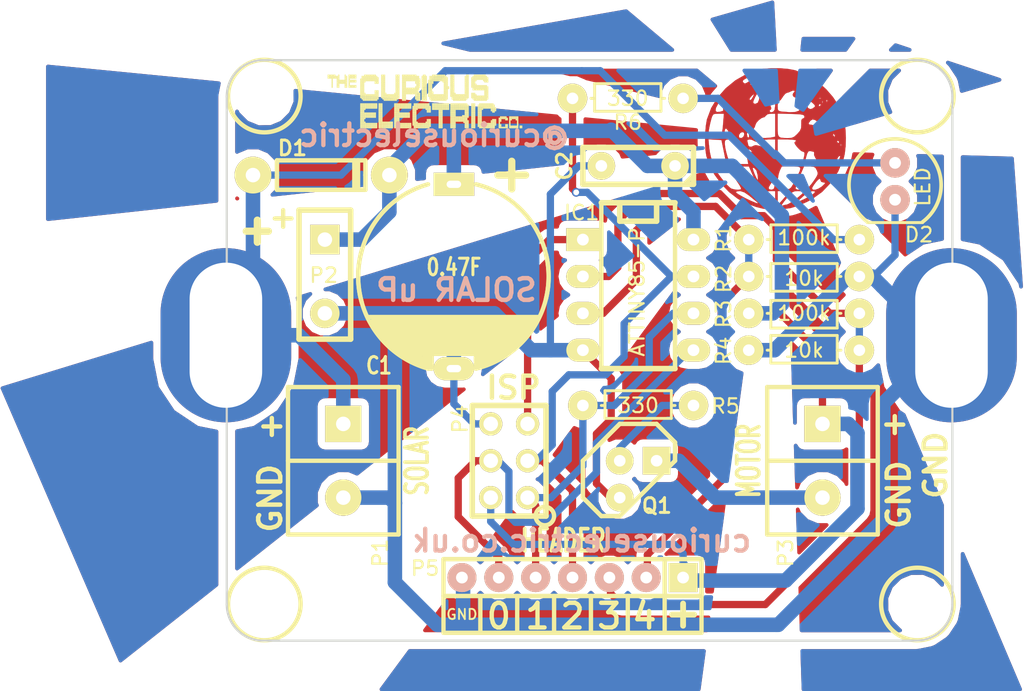
<source format=kicad_pcb>
(kicad_pcb (version 4) (host pcbnew 4.0.4-stable)
  (layers (0 F.Cu signal) (31 B.Cu signal) (34 B.Paste user) (35 F.Paste user) (36 B.SilkS user) (37 F.SilkS user) (38 B.Mask user) (39 F.Mask user) (44 Edge.Cuts user))
  (net 0 "")
  (net 1 GND)
  (net 2 "Net-(D1-Pad2)")
  (net 3 VCC)
  (net 4 "Net-(IC1-Pad1)")
  (net 5 /MOTOR)
  (net 6 "Net-(IC1-Pad5)")
  (net 7 /Vin)
  (net 8 "Net-(IC1-Pad7)")
  (net 9 "Net-(Q1-Pad2)")
  (net 10 /Vsolar)
  (net 11 "Net-(P3-Pad2)")
  (net 12 "Net-(D2-Pad2)")
  (module REInnovationFootprint:TH_Diode_1 (layer F.Cu) (at 106.125 92.917)
    (fp_text reference D1 (at -1.604 -1.858) (layer F.SilkS) (effects (font (size 1.016 1.016) (thickness 0.2032))))
    (fp_text value 1N5819 hide)
    (pad 1 thru_hole circle (at 5.08 0) (size 2.54 2.54) (drill 1.00076) (layers *.Cu *.Mask F.SilkS) (net 3 VCC))
    (pad 2 thru_hole circle (at -4.318 0) (size 2.54 2.54) (drill 1.00076) (layers *.Cu *.Mask F.SilkS) (net 2 "Net-(D1-Pad2)"))
  )
  (module REInnovationFootprint:TH_Resistor_1 (layer F.Cu) (at 139.78 97.362)
    (fp_text reference R1 (at -5.541 -0.08 90) (layer F.SilkS))
    (fp_text value 100k (at 0 -0.127) (layer F.SilkS))
    (pad 1 thru_hole circle (at -3.81 0) (size 2.032 2.032) (drill 0.8001) (layers *.Cu *.Mask F.SilkS) (net 10 /Vsolar))
    (pad 2 thru_hole circle (at 3.81 0) (size 2.032 2.032) (drill 0.8001) (layers *.Cu *.Mask F.SilkS) (net 2 "Net-(D1-Pad2)"))
  )
  (module REInnovationFootprint:TH_Resistor_1 (layer F.Cu) (at 139.78 99.902 180)
    (fp_text reference R2 (at 5.541 -0.174 270) (layer F.SilkS))
    (fp_text value 10k (at 0 -0.127 180) (layer F.SilkS))
    (pad 1 thru_hole circle (at -3.81 0 180) (size 2.032 2.032) (drill 0.8001) (layers *.Cu *.Mask F.SilkS) (net 1 GND))
    (pad 2 thru_hole circle (at 3.81 0 180) (size 2.032 2.032) (drill 0.8001) (layers *.Cu *.Mask F.SilkS) (net 10 /Vsolar))
  )
  (module REInnovationFootprint:C_0_47F_SuperCap (layer F.Cu) (at 115.65 99.902 270)
    (fp_text reference C1 (at 6.143 5.16 360) (layer F.SilkS) (effects (font (size 1.143 0.889) (thickness 0.2032))))
    (fp_text value 0.47F (at -0.635 0 360) (layer F.SilkS) (effects (font (size 1.143 0.889) (thickness 0.2032))))
    (fp_text user + (at -6.985 -3.81 270) (layer F.SilkS) (effects (font (size 2.5 2.5) (thickness 0.5))))
    (pad 1 thru_hole rect (at -6.35 0 270) (size 1.6 2.8) (drill oval 0.5 1) (layers *.Cu *.Mask F.SilkS) (net 3 VCC))
    (pad 2 thru_hole oval (at 6.35 0 270) (size 1.6 2.8) (drill oval 0.5 1) (layers *.Cu *.Mask F.SilkS) (net 1 GND))
  )
  (module matts_components:C1_wide_lg_pad (layer F.Cu) (at 129.62 92.282 180)
    (fp_text reference C2 (at 6.35 0 270) (layer F.SilkS) (effects (font (size 1.016 1.016) (thickness 0.2032))))
    (fp_text value 100n hide)
    (pad 1 thru_hole circle (at -1.27 0 180) (size 1.905 1.905) (drill 0.8001) (layers *.Cu *.Mask F.SilkS) (net 3 VCC))
    (pad 2 thru_hole circle (at 3.81 0 180) (size 1.905 1.905) (drill 0.8001) (layers *.Cu *.Mask F.SilkS) (net 1 GND))
  )
  (module REInnovationFootprint:DIP-8_300_ELL (layer F.Cu) (at 128.35 104.982 270)
    (fp_text reference IC1 (at -9.478 3.89 360) (layer F.SilkS))
    (fp_text value ATTINY85-P (at -4.017 0.08 270) (layer F.SilkS))
    (pad 1 thru_hole rect (at -7.62 3.81 270) (size 1.5748 2.286) (drill 0.8128) (layers *.Cu *.Mask F.SilkS) (net 4 "Net-(IC1-Pad1)"))
    (pad 2 thru_hole oval (at -5.08 3.81 270) (size 1.5748 2.286) (drill 0.8128) (layers *.Cu *.Mask F.SilkS) (net 7 /Vin))
    (pad 3 thru_hole oval (at -2.54 3.81 270) (size 1.5748 2.286) (drill 0.8128) (layers *.Cu *.Mask F.SilkS) (net 10 /Vsolar))
    (pad 4 thru_hole oval (at 0 3.81 270) (size 1.5748 2.286) (drill 0.8128) (layers *.Cu *.Mask F.SilkS) (net 1 GND))
    (pad 5 thru_hole oval (at 0 -3.81 270) (size 1.5748 2.286) (drill 0.8128) (layers *.Cu *.Mask F.SilkS) (net 6 "Net-(IC1-Pad5)"))
    (pad 6 thru_hole oval (at -2.54 -3.81 270) (size 1.5748 2.286) (drill 0.8128) (layers *.Cu *.Mask F.SilkS) (net 5 /MOTOR))
    (pad 7 thru_hole oval (at -5.08 -3.81 270) (size 1.5748 2.286) (drill 0.8128) (layers *.Cu *.Mask F.SilkS) (net 8 "Net-(IC1-Pad7)"))
    (pad 8 thru_hole oval (at -7.62 -3.81 270) (size 1.5748 2.286) (drill 0.8128) (layers *.Cu *.Mask F.SilkS) (net 3 VCC))
  )
  (module REInnovationFootprint:TO92-EBC_large_pad (layer F.Cu) (at 128.35 113.872)
    (fp_text reference Q1 (at 1.2827 1.8288) (layer F.SilkS) (effects (font (size 1.016 1.016) (thickness 0.2032))))
    (fp_text value Q_NPN_CBE hide)
    (pad 1 thru_hole rect (at 1.27 -1.27) (size 1.905 1.905) (drill 0.8001) (layers *.Cu *.Mask F.SilkS) (net 11 "Net-(P3-Pad2)"))
    (pad 2 thru_hole circle (at -1.27 -1.27) (size 1.905 1.905) (drill 0.8001) (layers *.Cu *.Mask F.SilkS) (net 9 "Net-(Q1-Pad2)"))
    (pad 3 thru_hole circle (at -1.27 1.27) (size 1.905 1.905) (drill 0.8001) (layers *.Cu *.Mask F.SilkS) (net 1 GND))
  )
  (module REInnovationFootprint:TH_Resistor_1 (layer F.Cu) (at 139.78 102.442 180)
    (fp_text reference R3 (at 5.541 -0.047 270) (layer F.SilkS))
    (fp_text value 100k (at 0 0 180) (layer F.SilkS))
    (pad 1 thru_hole circle (at -3.81 0 180) (size 2.032 2.032) (drill 0.8001) (layers *.Cu *.Mask F.SilkS) (net 7 /Vin))
    (pad 2 thru_hole circle (at 3.81 0 180) (size 2.032 2.032) (drill 0.8001) (layers *.Cu *.Mask F.SilkS) (net 3 VCC))
  )
  (module matts_components:SIL-2_screw_terminal (layer F.Cu) (at 108.03 110.062 270)
    (fp_text reference P1 (at 8.89 -2.54 270) (layer F.SilkS))
    (fp_text value SOLAR (at 2.54 -5.08 270) (layer F.SilkS) (effects (font (size 1.524 1.016) (thickness 0.254))))
    (fp_text user GND (at 5.127 5.033 270) (layer F.SilkS) (effects (font (thickness 0.3048))))
    (fp_text user + (at 0.174 5.033 270) (layer F.SilkS) (effects (font (thickness 0.3048))))
    (pad 1 thru_hole rect (at 0 0 270) (size 2.49936 2.49936) (drill 1.00076) (layers *.Cu *.Mask F.SilkS) (net 2 "Net-(D1-Pad2)"))
    (pad 2 thru_hole circle (at 5.08 0 270) (size 2.49936 2.49936) (drill 1.00076) (layers *.Cu *.Mask F.SilkS) (net 1 GND))
  )
  (module matts_components:SIL-2_wide_lg_pad (layer F.Cu) (at 106.76 98.632 270)
    (fp_text reference P2 (at 1.19 0.08 360) (layer F.SilkS))
    (fp_text value SOLAR_V hide)
    (pad 1 thru_hole rect (at -1.27 0 270) (size 2.032 2.032) (drill 1.00076) (layers *.Cu *.Mask F.SilkS) (net 3 VCC))
    (pad 2 thru_hole circle (at 3.81 0 270) (size 2.032 2.032) (drill 1.00076) (layers *.Cu *.Mask F.SilkS) (net 1 GND))
  )
  (module matts_components:SIL-2_screw_terminal (layer F.Cu) (at 141.05 110.062 270)
    (fp_text reference P3 (at 8.89 2.54 270) (layer F.SilkS))
    (fp_text value MOTOR (at 2.54 5.08 270) (layer F.SilkS) (effects (font (size 1.524 1.016) (thickness 0.254))))
    (fp_text user GND (at 4.873 -5.254 270) (layer F.SilkS) (effects (font (thickness 0.3048))))
    (fp_text user + (at 0.047 -4.873 270) (layer F.SilkS) (effects (font (thickness 0.3048))))
    (pad 1 thru_hole rect (at 0 0 270) (size 2.49936 2.49936) (drill 1.00076) (layers *.Cu *.Mask F.SilkS) (net 3 VCC))
    (pad 2 thru_hole circle (at 5.08 0 270) (size 2.49936 2.49936) (drill 1.00076) (layers *.Cu *.Mask F.SilkS) (net 11 "Net-(P3-Pad2)"))
  )
  (module CuriousElectric3:CEC_Globe_10mm_FCU (layer F.Cu) (at 137.875 90.377)
    (fp_text reference P7 hide)
    (fp_text value LOGO1 hide)
    (fp_poly (pts (xy 0.230092 -4.822486) (xy 0.792908 -4.777429) (xy 1.267235 -4.688807) (xy 1.340706 -4.667542) (xy 2.157578 -4.328299) (xy 2.906366 -3.848203) (xy 3.436072 -3.372761) (xy 3.895128 -2.844669) (xy 4.241358 -2.322757) (xy 4.515748 -1.74238) (xy 4.585661 -1.559568) (xy 4.694208 -1.134991) (xy 4.761463 -0.602005) (xy 4.786724 -0.016601) (xy 4.769288 0.565234) (xy 4.708454 1.087509) (xy 4.623268 1.439333) (xy 4.251352 2.306343) (xy 3.758998 3.062829) (xy 3.153541 3.700203) (xy 2.442312 4.209878) (xy 2.105847 4.38761) (xy 1.727794 4.554278) (xy 1.34502 4.700212) (xy 1.024552 4.800467) (xy 0.948332 4.818372) (xy 0.590714 4.866643) (xy 0.138732 4.892962) (xy -0.333906 4.896002) (xy -0.753492 4.874436) (xy -0.931334 4.852214) (xy -1.397145 4.736206) (xy -1.917506 4.546832) (xy -2.413737 4.315238) (xy -2.683125 4.158727) (xy -3.248282 3.720076) (xy -2.794 3.720076) (xy -2.723212 3.790508) (xy -2.53362 3.912526) (xy -2.259386 4.065085) (xy -2.106863 4.14341) (xy -1.742472 4.318379) (xy -1.472379 4.43308) (xy -1.310818 4.483029) (xy -1.27202 4.463741) (xy -1.359776 4.378807) (xy -1.496247 4.269403) (xy -1.575752 4.204574) (xy -0.925894 4.204574) (xy -0.868603 4.341183) (xy -0.758702 4.471368) (xy -0.609663 4.59228) (xy -0.467889 4.653021) (xy -0.378369 4.643933) (xy -0.379736 4.628244) (xy 0.360409 4.628244) (xy 0.402507 4.646152) (xy 0.458702 4.628721) (xy 0.645329 4.57917) (xy 0.718202 4.572) (xy 0.837498 4.523907) (xy 1.038601 4.39991) (xy 1.149702 4.322145) (xy 1.511351 4.322145) (xy 1.525151 4.349207) (xy 1.637851 4.317468) (xy 1.651 4.312843) (xy 1.883427 4.213103) (xy 2.163446 4.070201) (xy 2.260457 4.015442) (xy 2.536293 3.839645) (xy 2.657844 3.722174) (xy 2.62795 3.658231) (xy 2.481496 3.642408) (xy 2.241535 3.713368) (xy 1.932671 3.926596) (xy 1.820333 4.023471) (xy 1.606421 4.219246) (xy 1.511351 4.322145) (xy 1.149702 4.322145) (xy 1.280736 4.230428) (xy 1.523129 4.045881) (xy 1.725007 3.876688) (xy 1.845597 3.75327) (xy 1.862666 3.718156) (xy 1.787142 3.671251) (xy 1.59677 3.643708) (xy 1.49492 3.640666) (xy 1.278331 3.653337) (xy 1.118297 3.712591) (xy 0.959046 3.850292) (xy 0.790977 4.042833) (xy 0.545686 4.34238) (xy 0.405149 4.532252) (xy 0.360409 4.628244) (xy -0.379736 4.628244) (xy -0.386092 4.555355) (xy -0.388599 4.550833) (xy -0.522195 4.362262) (xy -0.678414 4.202742) (xy -0.811145 4.1151) (xy -0.858974 4.113939) (xy -0.925894 4.204574) (xy -1.575752 4.204574) (xy -1.708706 4.096164) (xy -1.876496 3.958166) (xy -2.206667 3.73062) (xy -2.309146 3.698) (xy -1.862667 3.698) (xy -1.803602 3.782977) (xy -1.655475 3.927497) (xy -1.5875 3.986346) (xy -1.414453 4.124509) (xy -1.329278 4.158385) (xy -1.293209 4.096099) (xy -1.284472 4.049855) (xy -1.283022 3.848459) (xy -1.302981 3.761509) (xy -1.341434 3.73225) (xy -0.762 3.73225) (xy -0.714139 3.832567) (xy -0.594367 4.010218) (xy -0.4384 4.218718) (xy -0.281957 4.411577) (xy -0.160755 4.542309) (xy -0.116801 4.572) (xy -0.099198 4.495397) (xy -0.087526 4.297806) (xy -0.084667 4.106333) (xy -0.084667 3.640666) (xy 0.084666 3.640666) (xy 0.08846 4.1275) (xy 0.092254 4.614333) (xy 0.46946 4.193318) (xy 0.660959 3.970404) (xy 0.796726 3.794853) (xy 0.846666 3.706485) (xy 0.770958 3.667224) (xy 0.579417 3.64368) (xy 0.465666 3.640666) (xy 0.084666 3.640666) (xy -0.084667 3.640666) (xy -0.423334 3.640666) (xy -0.635502 3.660978) (xy -0.753397 3.711741) (xy -0.762 3.73225) (xy -1.341434 3.73225) (xy -1.395683 3.690973) (xy -1.564703 3.647262) (xy -1.740008 3.638322) (xy -1.85156 3.6721) (xy -1.862667 3.698) (xy -2.309146 3.698) (xy -2.483261 3.642578) (xy -2.527554 3.640666) (xy -2.711226 3.662681) (xy -2.793663 3.716072) (xy -2.794 3.720076) (xy -3.248282 3.720076) (xy -3.271249 3.70225) (xy -3.808462 3.140101) (xy -4.266574 2.510811) (xy -4.533182 2.010833) (xy -4.233017 2.010833) (xy -4.178475 2.167604) (xy -4.035999 2.406897) (xy -3.835777 2.689908) (xy -3.608002 2.977831) (xy -3.382863 3.231864) (xy -3.19055 3.4132) (xy -3.093657 3.475295) (xy -2.877856 3.531343) (xy -2.644773 3.549618) (xy -2.469682 3.526676) (xy -2.433093 3.505536) (xy -2.450226 3.415203) (xy -2.546802 3.233849) (xy -2.660337 3.061036) (xy -2.862439 2.758868) (xy -3.059312 2.440438) (xy -3.135613 2.307166) (xy -3.259051 2.098237) (xy -3.298381 2.061206) (xy -3.048 2.061206) (xy -3.001712 2.192223) (xy -2.880931 2.416216) (xy -2.712787 2.690711) (xy -2.524409 2.973234) (xy -2.342926 3.221309) (xy -2.201563 3.386437) (xy -1.986062 3.511331) (xy -1.732527 3.538716) (xy -1.508553 3.46951) (xy -1.42444 3.387458) (xy -0.532896 3.387458) (xy -0.511343 3.511738) (xy -0.352842 3.544441) (xy -0.309511 3.539675) (xy -0.206551 3.505842) (xy -0.14874 3.414156) (xy -0.120758 3.223487) (xy -0.113644 3.070894) (xy 0.083959 3.070894) (xy 0.092513 3.331435) (xy 0.135354 3.491521) (xy 0.145014 3.503458) (xy 0.259335 3.53471) (xy 0.477659 3.543366) (xy 0.589514 3.538736) (xy 0.783913 3.52087) (xy 0.91714 3.476714) (xy 0.951281 3.444301) (xy 1.318578 3.444301) (xy 1.320044 3.483809) (xy 1.434653 3.536221) (xy 1.645996 3.553824) (xy 1.885244 3.537356) (xy 2.08357 3.487555) (xy 2.109152 3.475354) (xy 2.120173 3.465684) (xy 2.455333 3.465684) (xy 2.518506 3.549278) (xy 2.677627 3.550474) (xy 2.887094 3.479816) (xy 3.101308 3.347846) (xy 3.152497 3.304481) (xy 3.315695 3.149825) (xy 3.361178 3.075912) (xy 3.299169 3.05255) (xy 3.2385 3.050481) (xy 3.084796 3.000149) (xy 3.048 2.921) (xy 3.007622 2.808251) (xy 2.973382 2.794) (xy 2.877714 2.857553) (xy 2.736618 3.012111) (xy 2.591861 3.20352) (xy 2.485208 3.377626) (xy 2.455333 3.465684) (xy 2.120173 3.465684) (xy 2.23373 3.366049) (xy 2.409473 3.160803) (xy 2.579079 2.931187) (xy 2.748036 2.677322) (xy 2.831541 2.5109) (xy 2.843586 2.382307) (xy 2.798162 2.241929) (xy 2.783158 2.207499) (xy 2.693082 2.04516) (xy 2.573344 1.969303) (xy 2.362513 1.94792) (xy 2.283866 1.947333) (xy 1.899735 1.947333) (xy 1.587582 2.679476) (xy 1.456422 3.004776) (xy 1.362527 3.272427) (xy 1.318578 3.444301) (xy 0.951281 3.444301) (xy 1.025305 3.374026) (xy 1.144516 3.180561) (xy 1.281327 2.921) (xy 1.48774 2.521428) (xy 1.613378 2.249383) (xy 1.652113 2.080399) (xy 1.597813 1.990009) (xy 1.44435 1.953746) (xy 1.185594 1.947145) (xy 1.037386 1.947333) (xy 0.370029 1.947333) (xy 0.227347 2.246539) (xy 0.155045 2.472446) (xy 0.106026 2.765898) (xy 0.083959 3.070894) (xy -0.113644 3.070894) (xy -0.110603 3.005666) (xy -0.106733 2.744351) (xy -0.118935 2.63965) (xy -0.149645 2.679394) (xy -0.166175 2.728232) (xy -0.273097 2.964785) (xy -0.414252 3.182684) (xy -0.532896 3.387458) (xy -1.42444 3.387458) (xy -1.412439 3.375752) (xy -1.386179 3.256523) (xy -1.425702 3.06063) (xy -1.538351 2.758926) (xy -1.609701 2.592585) (xy -1.825083 2.102487) (xy -1.628362 2.102487) (xy -1.574817 2.282258) (xy -1.50802 2.455333) (xy -1.40357 2.689592) (xy -1.321413 2.843327) (xy -1.289898 2.878666) (xy -1.273971 2.804178) (xy -1.284178 2.617131) (xy -1.294766 2.527797) (xy -1.378806 2.222201) (xy -1.52516 2.058202) (xy -1.625142 2.033296) (xy -1.628362 2.102487) (xy -1.825083 2.102487) (xy -1.893269 1.947333) (xy -2.470635 1.947333) (xy -2.798436 1.957141) (xy -2.982402 1.989791) (xy -3.04707 2.050124) (xy -3.048 2.061206) (xy -3.298381 2.061206) (xy -3.372433 1.991485) (xy -3.537482 1.952617) (xy -3.783258 1.947333) (xy -4.03334 1.958116) (xy -4.196617 1.985844) (xy -4.233017 2.010833) (xy -4.533182 2.010833) (xy -4.617393 1.852911) (xy -4.827654 1.227619) (xy -4.890095 0.802586) (xy -4.917063 0.277066) (xy -4.91441 0.074936) (xy -4.682062 0.074936) (xy -4.630807 0.623818) (xy -4.58302 0.968185) (xy -4.51233 1.29212) (xy -4.453096 1.47535) (xy -4.366988 1.654808) (xy -4.266794 1.744198) (xy -4.09524 1.774802) (xy -3.898987 1.778) (xy -3.656373 1.76669) (xy -3.502075 1.737743) (xy -3.472756 1.7145) (xy -3.489326 1.608371) (xy -3.532525 1.377223) (xy -3.594605 1.061846) (xy -3.629553 0.889) (xy -3.736269 0.365632) (xy -3.556 0.365632) (xy -3.530312 0.614517) (xy -3.464284 0.931058) (xy -3.374469 1.254782) (xy -3.277422 1.525221) (xy -3.198328 1.672166) (xy -3.057982 1.734824) (xy -2.776495 1.770851) (xy -2.525797 1.778) (xy -1.939661 1.778) (xy -1.995403 1.4605) (xy -2.065894 1.065064) (xy -2.102674 0.899609) (xy -1.933783 0.899609) (xy -1.912685 0.984172) (xy -1.843164 1.077889) (xy -1.758292 1.030157) (xy -1.704002 0.914571) (xy -1.759656 0.831144) (xy -1.872452 0.771611) (xy -1.914049 0.785159) (xy -1.933783 0.899609) (xy -2.102674 0.899609) (xy -2.124913 0.799573) (xy -2.192658 0.627628) (xy -2.289327 0.51283) (xy -2.435121 0.418778) (xy -2.628192 0.320195) (xy -2.871408 0.213542) (xy -2.000616 0.213542) (xy -1.998726 0.218591) (xy -1.952165 0.409319) (xy -1.947334 0.472591) (xy -1.882083 0.567612) (xy -1.735393 0.588175) (xy -1.580863 0.527928) (xy -1.556227 0.506359) (xy -1.42059 0.476619) (xy -1.190395 0.519108) (xy -0.912998 0.613678) (xy -0.635755 0.740174) (xy -0.40602 0.878447) (xy -0.27115 1.008345) (xy -0.254 1.060507) (xy -0.207591 1.171776) (xy -0.169334 1.185333) (xy -0.12509 1.107575) (xy -0.094799 0.901593) (xy -0.084667 0.635) (xy -0.084667 0.084666) (xy 0.084666 0.084666) (xy 0.084666 0.663743) (xy 0.089747 0.974021) (xy 0.114192 1.159117) (xy 0.171807 1.263089) (xy 0.276398 1.329998) (xy 0.296333 1.339261) (xy 0.46271 1.47561) (xy 0.508 1.606851) (xy 0.522654 1.694536) (xy 0.590116 1.745871) (xy 0.745633 1.770417) (xy 1.024454 1.777735) (xy 1.13902 1.778) (xy 1.77004 1.778) (xy 1.951566 1.778) (xy 2.372783 1.778) (xy 2.629064 1.767447) (xy 2.755623 1.726633) (xy 2.791259 1.641819) (xy 2.791307 1.629833) (xy 2.739589 1.444154) (xy 2.738311 1.441966) (xy 4.179576 1.441966) (xy 4.195587 1.531422) (xy 4.263019 1.579315) (xy 4.326654 1.476046) (xy 4.382656 1.30334) (xy 4.396715 1.23069) (xy 4.353366 1.216681) (xy 4.265648 1.286065) (xy 4.179576 1.441966) (xy 2.738311 1.441966) (xy 2.670122 1.32527) (xy 2.594044 1.154595) (xy 2.597206 1.050103) (xy 2.59231 0.946321) (xy 2.555983 0.931333) (xy 2.404556 0.903039) (xy 2.336434 0.880393) (xy 2.221888 0.895175) (xy 2.124584 1.045454) (xy 2.036949 1.34543) (xy 2.004375 1.502833) (xy 1.951566 1.778) (xy 1.77004 1.778) (xy 1.858214 1.4605) (xy 1.928803 1.168854) (xy 1.936439 1.004738) (xy 1.879453 0.937828) (xy 1.829104 0.931333) (xy 1.712553 0.87854) (xy 1.559361 0.747777) (xy 1.405443 0.580465) (xy 1.321536 0.465666) (xy 4.402666 0.465666) (xy 4.445 0.508) (xy 4.487333 0.465666) (xy 4.445 0.423333) (xy 4.402666 0.465666) (xy 1.321536 0.465666) (xy 1.286715 0.418025) (xy 1.239091 0.301879) (xy 1.257624 0.272236) (xy 1.313721 0.221203) (xy 4.17777 0.221203) (xy 4.191 0.254) (xy 4.267082 0.33477) (xy 4.280663 0.338666) (xy 4.317029 0.27316) (xy 4.318 0.254) (xy 4.252912 0.172586) (xy 4.228336 0.169333) (xy 4.17777 0.221203) (xy 1.313721 0.221203) (xy 1.349655 0.188513) (xy 1.354666 0.162277) (xy 1.276925 0.125181) (xy 1.071281 0.097739) (xy 0.779101 0.085006) (xy 0.719666 0.084666) (xy 0.084666 0.084666) (xy -0.084667 0.084666) (xy -0.54635 0.084666) (xy -0.852468 0.102932) (xy -1.121586 0.149528) (xy -1.22598 0.18397) (xy -1.414542 0.240896) (xy -1.53692 0.190107) (xy -1.54323 0.18397) (xy -1.701912 0.105241) (xy -1.846326 0.084666) (xy -1.992198 0.113332) (xy -2.000616 0.213542) (xy -2.871408 0.213542) (xy -2.917827 0.193187) (xy -3.183413 0.108077) (xy -3.323167 0.086085) (xy -3.482885 0.105406) (xy -3.546115 0.200351) (xy -3.556 0.365632) (xy -3.736269 0.365632) (xy -3.784928 0.127) (xy -4.682062 0.074936) (xy -4.91441 0.074936) (xy -4.909689 -0.284567) (xy -4.907376 -0.314964) (xy -4.681503 -0.314964) (xy -4.660606 -0.166865) (xy -4.581808 -0.085116) (xy -4.580939 -0.084606) (xy -4.377671 -0.022376) (xy -4.11845 -0.006567) (xy -3.894791 -0.039618) (xy -3.839175 -0.064844) (xy -3.789619 -0.172407) (xy -3.773305 -0.249236) (xy -3.582063 -0.249236) (xy -3.54219 -0.111114) (xy -3.538127 -0.105834) (xy -3.420725 -0.010267) (xy -3.284267 -0.042763) (xy -3.227997 -0.076285) (xy -3.164121 -0.151943) (xy -3.179166 -0.21732) (xy -2.577938 -0.21732) (xy -2.577195 -0.073945) (xy -2.556087 -0.04431) (xy -2.423416 -0.006362) (xy -2.287625 -0.085643) (xy -2.216612 -0.233699) (xy -2.222485 -0.285045) (xy -2.032 -0.285045) (xy -2.005539 -0.117697) (xy -1.947481 -0.03885) (xy -1.889814 -0.080602) (xy -1.875894 -0.128398) (xy -1.898878 -0.303163) (xy -1.939394 -0.364594) (xy -2.012271 -0.395348) (xy -2.032 -0.285045) (xy -2.222485 -0.285045) (xy -2.233743 -0.383468) (xy -2.313418 -0.409684) (xy -1.68182 -0.409684) (xy -1.677171 -0.207141) (xy -1.560256 -0.077755) (xy -1.502834 -0.059753) (xy -1.149355 -0.019873) (xy -0.747014 -0.014651) (xy -0.394933 -0.044676) (xy -0.34925 -0.052917) (xy -0.084667 -0.105834) (xy -0.084667 -0.898073) (xy 0.084666 -0.898073) (xy 0.086744 -0.507216) (xy 0.108852 -0.254636) (xy 0.174797 -0.109318) (xy 0.30839 -0.040249) (xy 0.533439 -0.016414) (xy 0.766557 -0.009822) (xy 1.025354 -0.021249) (xy 1.212578 -0.094911) (xy 1.344176 -0.209102) (xy 3.916564 -0.209102) (xy 3.933518 -0.174967) (xy 4.014251 -0.087434) (xy 4.029102 -0.149163) (xy 4.008549 -0.215319) (xy 3.946216 -0.307525) (xy 3.918062 -0.305618) (xy 3.916564 -0.209102) (xy 1.344176 -0.209102) (xy 1.408952 -0.265309) (xy 1.44106 -0.298116) (xy 1.622003 -0.509478) (xy 1.70228 -0.698122) (xy 1.714678 -0.945562) (xy 1.713501 -0.975449) (xy 1.714299 -1.03373) (xy 2.218321 -1.03373) (xy 2.2421 -0.952774) (xy 2.402633 -0.931334) (xy 2.603176 -0.882818) (xy 2.70541 -0.809061) (xy 2.85349 -0.718846) (xy 3.083092 -0.658314) (xy 3.117944 -0.65396) (xy 3.341011 -0.628692) (xy 3.48684 -0.609057) (xy 3.498708 -0.6069) (xy 3.544194 -0.661657) (xy 3.540311 -0.740834) (xy 3.525376 -0.762) (xy 3.725333 -0.762) (xy 3.75422 -0.679535) (xy 3.762669 -0.677334) (xy 3.834955 -0.736663) (xy 3.852333 -0.762) (xy 3.84562 -0.840019) (xy 3.814996 -0.846667) (xy 3.728778 -0.785207) (xy 3.725333 -0.762) (xy 3.525376 -0.762) (xy 3.466036 -0.846094) (xy 3.272072 -0.902588) (xy 3.146044 -0.91538) (xy 2.907233 -0.9502) (xy 2.818523 -1.01366) (xy 2.822574 -1.05301) (xy 2.788136 -1.16682) (xy 2.668427 -1.253945) (xy 2.490812 -1.296987) (xy 2.351126 -1.210121) (xy 2.336461 -1.194315) (xy 2.218321 -1.03373) (xy 1.714299 -1.03373) (xy 1.716853 -1.219971) (xy 1.762123 -1.333715) (xy 1.828373 -1.354667) (xy 1.927907 -1.418249) (xy 1.931371 -1.502834) (xy 1.898271 -1.569773) (xy 1.809673 -1.615224) (xy 1.635947 -1.644629) (xy 1.347464 -1.663429) (xy 0.993829 -1.675032) (xy 0.084666 -1.699063) (xy 0.084666 -0.898073) (xy -0.084667 -0.898073) (xy -0.084667 -1.693334) (xy -0.371942 -1.693334) (xy -0.603192 -1.656065) (xy -0.707952 -1.566334) (xy -0.818663 -1.453742) (xy -0.881981 -1.439334) (xy -1.038384 -1.379147) (xy -1.223724 -1.235434) (xy -1.378208 -1.063469) (xy -1.442027 -0.921625) (xy -1.492325 -0.765379) (xy -1.569027 -0.639985) (xy -1.68182 -0.409684) (xy -2.313418 -0.409684) (xy -2.354904 -0.423334) (xy -2.490377 -0.359148) (xy -2.577938 -0.21732) (xy -3.179166 -0.21732) (xy -3.192722 -0.276224) (xy -3.267418 -0.413656) (xy -3.384003 -0.58721) (xy -3.470359 -0.674782) (xy -3.479718 -0.677334) (xy -3.54336 -0.605412) (xy -3.579964 -0.438358) (xy -3.582063 -0.249236) (xy -3.773305 -0.249236) (xy -3.739437 -0.408728) (xy -3.696229 -0.733435) (xy -3.680088 -0.910215) (xy -3.618826 -1.693334) (xy -3.997345 -1.693334) (xy -4.233702 -1.684369) (xy -4.360327 -1.628679) (xy -4.436782 -1.483066) (xy -4.480937 -1.342631) (xy -4.561314 -1.03092) (xy -4.634197 -0.679176) (xy -4.651444 -0.577995) (xy -4.681503 -0.314964) (xy -4.907376 -0.314964) (xy -4.869101 -0.817937) (xy -4.796432 -1.25867) (xy -4.783062 -1.311956) (xy -4.563451 -1.896058) (xy -4.193813 -1.896058) (xy -4.100031 -1.80539) (xy -3.915218 -1.818235) (xy -3.741888 -1.865711) (xy -3.666382 -1.893397) (xy -3.667984 -1.97903) (xy -3.690716 -2.179264) (xy -3.711991 -2.331015) (xy -3.726317 -2.427327) (xy -1.592512 -2.427327) (xy -1.501466 -2.373732) (xy -1.448392 -2.370667) (xy -1.281665 -2.444955) (xy -1.195452 -2.657896) (xy -1.185334 -2.800925) (xy -1.141084 -2.942392) (xy -1.026117 -2.963446) (xy -0.867107 -2.8822) (xy -0.690728 -2.716766) (xy -0.523655 -2.485253) (xy -0.42191 -2.282563) (xy -0.354984 -2.080886) (xy -0.374541 -1.984774) (xy -0.407132 -1.966846) (xy -0.47178 -1.889189) (xy -0.461198 -1.855436) (xy -0.401436 -1.78742) (xy -0.304983 -1.797737) (xy -0.218592 -1.829392) (xy -0.125014 -1.954265) (xy -0.088371 -2.206698) (xy 0.084666 -2.206698) (xy 0.096443 -1.989739) (xy 0.158922 -1.887438) (xy 0.312828 -1.845413) (xy 0.359833 -1.839248) (xy 0.903063 -1.793185) (xy 1.293438 -1.808514) (xy 1.528679 -1.8851) (xy 1.560285 -1.911048) (xy 1.660702 -2.103343) (xy 1.671391 -2.343214) (xy 1.606344 -2.574973) (xy 1.479555 -2.742935) (xy 1.338419 -2.794) (xy 1.187837 -2.851813) (xy 1.118161 -2.979876) (xy 1.158535 -3.110127) (xy 1.19171 -3.136609) (xy 1.259352 -3.230199) (xy 1.24253 -3.273025) (xy 1.129498 -3.284911) (xy 1.013298 -3.235295) (xy 0.830341 -3.152137) (xy 0.729178 -3.132667) (xy 0.613805 -3.065486) (xy 0.473633 -2.898106) (xy 0.434551 -2.836334) (xy 0.304791 -2.649729) (xy 0.19511 -2.546947) (xy 0.172188 -2.54) (xy 0.117025 -2.464975) (xy 0.086689 -2.277889) (xy 0.084666 -2.206698) (xy -0.088371 -2.206698) (xy -0.084979 -2.230064) (xy -0.099169 -2.646842) (xy -0.138509 -2.99385) (xy -0.181909 -3.310492) (xy 1.452764 -3.310492) (xy 1.487982 -3.207163) (xy 1.566333 -3.132667) (xy 1.667963 -2.968164) (xy 1.693333 -2.827919) (xy 1.768321 -2.620531) (xy 1.905 -2.489881) (xy 2.056669 -2.359984) (xy 2.116666 -2.250863) (xy 2.183276 -2.078781) (xy 2.339635 -2.00725) (xy 2.463588 -2.036419) (xy 2.612356 -2.139496) (xy 2.66272 -2.19441) (xy 2.635411 -2.286) (xy 2.921 -2.286) (xy 2.927712 -2.207982) (xy 2.958336 -2.201334) (xy 3.044554 -2.262794) (xy 3.048 -2.286) (xy 3.019113 -2.368466) (xy 3.010663 -2.370667) (xy 2.938377 -2.311338) (xy 2.921 -2.286) (xy 2.635411 -2.286) (xy 2.634259 -2.289862) (xy 2.502037 -2.422275) (xy 2.478082 -2.440332) (xy 2.407082 -2.497667) (xy 3.132666 -2.497667) (xy 3.175 -2.455334) (xy 3.217333 -2.497667) (xy 3.175 -2.54) (xy 3.132666 -2.497667) (xy 2.407082 -2.497667) (xy 2.327586 -2.561862) (xy 2.317381 -2.596445) (xy 3.414888 -2.596445) (xy 3.426511 -2.546111) (xy 3.471333 -2.54) (xy 3.541023 -2.570979) (xy 3.527777 -2.596445) (xy 3.427298 -2.606578) (xy 3.414888 -2.596445) (xy 2.317381 -2.596445) (xy 2.301797 -2.64925) (xy 2.376708 -2.751667) (xy 2.963333 -2.751667) (xy 3.005666 -2.709334) (xy 3.048 -2.751667) (xy 3.005666 -2.794) (xy 2.963333 -2.751667) (xy 2.376708 -2.751667) (xy 2.385136 -2.763189) (xy 2.392979 -2.771878) (xy 2.518291 -2.945047) (xy 2.509928 -3.086093) (xy 2.399877 -3.231834) (xy 2.233756 -3.334501) (xy 2.568769 -3.334501) (xy 2.582333 -3.302) (xy 2.694492 -3.220495) (xy 2.719326 -3.217334) (xy 2.76523 -3.2695) (xy 2.751666 -3.302) (xy 2.639507 -3.383506) (xy 2.614673 -3.386667) (xy 2.568769 -3.334501) (xy 2.233756 -3.334501) (xy 2.219661 -3.343212) (xy 1.924514 -3.385557) (xy 1.849544 -3.386667) (xy 1.571276 -3.368524) (xy 1.452764 -3.310492) (xy -0.181909 -3.310492) (xy -0.19235 -3.386667) (xy -0.633386 -3.386667) (xy -0.934903 -3.366136) (xy -1.14458 -3.282285) (xy -1.311741 -3.101727) (xy -1.471457 -2.819372) (xy -1.582071 -2.567368) (xy -1.592512 -2.427327) (xy -3.726317 -2.427327) (xy -3.760308 -2.655826) (xy -1.857042 -2.655826) (xy -1.791591 -2.624667) (xy -1.709884 -2.693324) (xy -1.615172 -2.855868) (xy -1.547758 -3.012415) (xy -1.566433 -3.030775) (xy -1.686249 -2.927413) (xy -1.828239 -2.766177) (xy -1.857042 -2.655826) (xy -3.760308 -2.655826) (xy -3.774566 -2.751667) (xy -4.009985 -2.383956) (xy -4.164205 -2.091346) (xy -4.193813 -1.896058) (xy -4.563451 -1.896058) (xy -4.491556 -2.087275) (xy -4.054312 -2.805426) (xy -3.490567 -3.447418) (xy -3.251913 -3.641911) (xy -0.931334 -3.641911) (xy -0.855189 -3.592904) (xy -0.660498 -3.561799) (xy -0.508 -3.556) (xy -0.084667 -3.556) (xy -0.084667 -3.725334) (xy 1.524 -3.725334) (xy 1.573608 -3.592549) (xy 1.735666 -3.556) (xy 1.894797 -3.58397) (xy 1.947333 -3.637688) (xy 1.881773 -3.731343) (xy 1.737291 -3.834295) (xy 1.592188 -3.89295) (xy 1.571899 -3.894667) (xy 1.532927 -3.823487) (xy 1.524 -3.725334) (xy -0.084667 -3.725334) (xy -0.084667 -3.841967) (xy -0.12383 -4.076313) (xy -0.188867 -4.187445) (xy 1.652532 -4.187445) (xy 1.723728 -4.084948) (xy 1.873504 -3.947193) (xy 2.068442 -3.799935) (xy 2.275126 -3.668929) (xy 2.46014 -3.57993) (xy 2.566163 -3.55623) (xy 2.72481 -3.581131) (xy 2.750576 -3.642431) (xy 2.638617 -3.742749) (xy 2.427101 -3.880982) (xy 2.170334 -4.027002) (xy 1.922626 -4.150683) (xy 1.738283 -4.221898) (xy 1.693333 -4.228929) (xy 1.652532 -4.187445) (xy -0.188867 -4.187445) (xy -0.219535 -4.239848) (xy -0.220984 -4.241066) (xy -0.318038 -4.292295) (xy -0.423392 -4.255697) (xy -0.578597 -4.111637) (xy -0.644317 -4.04101) (xy -0.810195 -3.844098) (xy -0.913855 -3.690434) (xy -0.931334 -3.641911) (xy -3.251913 -3.641911) (xy -3.147055 -3.727365) (xy -1.800971 -3.727365) (xy -1.776232 -3.686847) (xy -1.616581 -3.680257) (xy -1.533774 -3.682047) (xy -1.337738 -3.703248) (xy -1.17415 -3.775181) (xy -0.99478 -3.927529) (xy -0.803953 -4.131208) (xy -0.620061 -4.346642) (xy -0.504711 -4.50367) (xy -0.480373 -4.571339) (xy -0.483969 -4.572) (xy -0.601193 -4.528508) (xy -0.813255 -4.416138) (xy -1.075528 -4.262052) (xy -1.343387 -4.093411) (xy -1.572204 -3.937376) (xy -1.716809 -3.821647) (xy -1.800971 -3.727365) (xy -3.147055 -3.727365) (xy -2.919375 -3.912913) (xy -2.320782 -3.912913) (xy -2.282398 -3.847994) (xy -2.223174 -3.786709) (xy -2.156305 -3.771337) (xy -2.049252 -3.815132) (xy -1.869476 -3.931349) (xy -1.5875 -4.131052) (xy -1.372071 -4.289856) (xy -1.226119 -4.406628) (xy -1.185334 -4.449187) (xy -1.254859 -4.446036) (xy -1.431743 -4.391942) (xy -1.668447 -4.304377) (xy -1.917433 -4.200814) (xy -2.113033 -4.108213) (xy -2.285016 -4.00137) (xy -2.320782 -3.912913) (xy -2.919375 -3.912913) (xy -2.819555 -3.994261) (xy -2.060513 -4.426966) (xy -1.360467 -4.690843) (xy -0.909478 -4.779735) (xy -0.35833 -4.823435) (xy 0.230092 -4.822486)) (layer F.Cu) (width 0.01))
    (pad 1 smd circle (at 0 0) (size 0.01 0.01) (layers F.Cu F.Paste F.Mask) (clearance 5))
  )
  (module CuriousElectric3:TCEC_Words_13mm (layer F.Cu) (at 106.68 85.725)
    (fp_text reference P8 hide)
    (fp_text value LOGO2 hide)
  )
  (module REInnovationFootprint:TH_Resistor_1 (layer F.Cu) (at 139.78 104.982)
    (fp_text reference R4 (at -5.541 0.047 90) (layer F.SilkS))
    (fp_text value 10k (at 0 0) (layer F.SilkS))
    (pad 1 thru_hole circle (at -3.81 0) (size 2.032 2.032) (drill 0.8001) (layers *.Cu *.Mask F.SilkS) (net 1 GND))
    (pad 2 thru_hole circle (at 3.81 0) (size 2.032 2.032) (drill 0.8001) (layers *.Cu *.Mask F.SilkS) (net 7 /Vin))
  )
  (module REInnovationFootprint:TH_Resistor_1 (layer F.Cu) (at 128.35 108.792)
    (fp_text reference R5 (at 6.016 0.047 180) (layer F.SilkS))
    (fp_text value 330 (at 0 0) (layer F.SilkS))
    (pad 1 thru_hole circle (at -3.81 0) (size 2.032 2.032) (drill 0.8001) (layers *.Cu *.Mask F.SilkS) (net 5 /MOTOR))
    (pad 2 thru_hole circle (at 3.81 0) (size 2.032 2.032) (drill 0.8001) (layers *.Cu *.Mask F.SilkS) (net 9 "Net-(Q1-Pad2)"))
  )
  (module REInnovationFootprint:PV_50x30mm (layer F.Cu) (at 149.94 118.952 90)
    (fp_text reference SC1 hide)
    (fp_text value PV_CELL hide)
    (fp_text user + (at 22.305 -47.832 180) (layer F.SilkS) (effects (font (size 2 2) (thickness 0.5))))
    (pad 2 thru_hole oval (at 15 0 90) (size 12 9) (drill oval 10 5) (layers *.Cu *.Mask) (net 1 GND))
    (pad 1 thru_hole oval (at 15 -50 90) (size 12 9) (drill oval 10 5) (layers *.Cu *.Mask) (net 2 "Net-(D1-Pad2)"))
  )
  (module REInnovationFootprint:SIL-7_DIO (layer F.Cu) (at 123.825 120.65)
    (fp_text reference P5 (at -10.16 -0.635) (layer F.SilkS))
    (fp_text value HEADER (at -0.635 -2.54) (layer F.SilkS) (effects (font (size 1.524 1.016) (thickness 0.254))))
    (fp_text user 0 (at -5.08 2.667) (layer F.SilkS) (effects (font (size 1.7 1.7) (thickness 0.3))))
    (fp_text user 1 (at -2.413 2.667) (layer F.SilkS) (effects (font (size 1.7 1.7) (thickness 0.3))))
    (fp_text user 2 (at 0 2.667) (layer F.SilkS) (effects (font (size 1.7 1.7) (thickness 0.3))))
    (fp_text user 3 (at 2.54 2.667) (layer F.SilkS) (effects (font (size 1.7 1.7) (thickness 0.3))))
    (fp_text user 4 (at 4.953 2.667) (layer F.SilkS) (effects (font (size 1.7 1.7) (thickness 0.3))))
    (fp_text user GND (at -7.62 2.54) (layer F.SilkS) (effects (font (size 0.7 0.7) (thickness 0.125))))
    (fp_text user + (at 7.62 2.413) (layer F.SilkS) (effects (font (size 2 2) (thickness 0.4))))
    (pad 1 thru_hole rect (at 7.62 0) (size 1.99898 1.99898) (drill 0.8128) (layers *.Cu *.Mask F.SilkS) (net 3 VCC))
    (pad 2 thru_hole circle (at 5.08 0) (size 1.99898 1.99898) (drill 0.8128) (layers *.Cu *.SilkS *.Mask) (net 10 /Vsolar))
    (pad 3 thru_hole circle (at 2.54 0) (size 1.99898 1.99898) (drill 0.8128) (layers *.Cu *.SilkS *.Mask) (net 7 /Vin))
    (pad 4 thru_hole circle (at 0 0) (size 1.99898 1.99898) (drill 0.8128) (layers *.Cu *.SilkS *.Mask) (net 8 "Net-(IC1-Pad7)"))
    (pad 5 thru_hole circle (at -2.54 0) (size 1.99898 1.99898) (drill 0.8128) (layers *.Cu *.SilkS *.Mask) (net 5 /MOTOR))
    (pad 6 thru_hole circle (at -5.08 0) (size 1.99898 1.99898) (drill 0.8128) (layers *.Cu *.SilkS *.Mask) (net 6 "Net-(IC1-Pad5)"))
    (pad 7 thru_hole circle (at -7.62 0) (size 1.99898 1.99898) (drill 0.8128) (layers *.Cu *.SilkS *.Mask) (net 1 GND))
  )
  (module REInnovationFootprint:PCB_Holes_40x50 (layer F.Cu) (at 100.09 124.972)
    (fp_text reference P10 hide)
    (fp_text value HOLES hide)
    (pad "" np_thru_hole circle (at 47.5 -37.5) (size 3 3) (drill 3) (layers *.Cu *.Mask))
    (pad "" np_thru_hole circle (at 2.5 -37.5) (size 3 3) (drill 3) (layers *.Cu *.Mask))
    (pad "" np_thru_hole circle (at 47.5 -2.5) (size 3 3) (drill 3) (layers *.Cu *.Mask))
    (pad "" np_thru_hole circle (at 2.5 -2.5) (size 3 3) (drill 3) (layers *.Cu *.Mask))
  )
  (module REInnovationFootprint:TH_Resistor_1 (layer F.Cu) (at 127.635 87.63)
    (fp_text reference R6 (at 0 1.651) (layer F.SilkS))
    (fp_text value 330 (at 0 0) (layer F.SilkS))
    (pad 1 thru_hole circle (at -3.81 0) (size 2.032 2.032) (drill 0.8001) (layers *.Cu *.Mask F.SilkS) (net 8 "Net-(IC1-Pad7)"))
    (pad 2 thru_hole circle (at 3.81 0) (size 2.032 2.032) (drill 0.8001) (layers *.Cu *.Mask F.SilkS) (net 12 "Net-(D2-Pad2)"))
  )
  (module REInnovationFootprint:LED-5MM_larg_pad (layer F.Cu) (at 146.05 93.345 270)
    (fp_text reference D2 (at 3.683 -1.651 360) (layer F.SilkS))
    (fp_text value LED (at 0.381 -1.905 270) (layer F.SilkS))
    (pad 2 thru_hole circle (at -1.27 0 270) (size 2.032 2.032) (drill 0.8128) (layers *.Cu *.SilkS *.Mask F.Paste) (net 12 "Net-(D2-Pad2)"))
    (pad 1 thru_hole circle (at 1.27 0 270) (size 2.032 2.032) (drill 0.8128) (layers *.Cu *.SilkS *.Mask F.Paste) (net 1 GND))
  )
  (module REInnovationFootprint:ISP_3x2 (layer F.Cu) (at 119.46 111.967 90)
    (fp_text reference P4 (at 2.239 -3.382 90) (layer F.SilkS))
    (fp_text value ISP (at 4.398 0.301 360) (layer F.SilkS) (effects (font (thickness 0.3048))))
    (pad 2 thru_hole circle (at -3.175 -1.27 90) (size 1.6002 1.6002) (drill 1.00076) (layers *.Cu *.Mask F.SilkS) (net 3 VCC))
    (pad 1 thru_hole circle (at -3.175 1.27 90) (size 1.6002 1.6002) (drill 1.00076) (layers *.Cu *.Mask F.SilkS) (net 5 /MOTOR))
    (pad 4 thru_hole circle (at -0.635 -1.27 90) (size 1.6002 1.6002) (drill 1.00076) (layers *.Cu *.Mask F.SilkS) (net 6 "Net-(IC1-Pad5)"))
    (pad 3 thru_hole circle (at -0.635 1.27 90) (size 1.6002 1.6002) (drill 1.00076) (layers *.Cu *.Mask F.SilkS) (net 8 "Net-(IC1-Pad7)"))
    (pad 6 thru_hole circle (at 1.905 -1.27 90) (size 1.6002 1.6002) (drill 1.00076) (layers *.Cu *.Mask F.SilkS) (net 1 GND))
    (pad 5 thru_hole circle (at 1.905 1.27 90) (size 1.6002 1.6002) (drill 1.00076) (layers *.Cu *.Mask F.SilkS) (net 4 "Net-(IC1-Pad1)"))
  )
  (gr_text GND (at 148.844 112.903 90) (layer F.SilkS) (effects (font (size 1.5 1.5) (thickness 0.3))))
  (gr_line (start 150 87.5) (end 150 122.5) (angle 90) (layer Edge.Cuts) (width 0.15))
  (gr_line (start 102.5 85) (end 147.5 85) (angle 90) (layer Edge.Cuts) (width 0.15))
  (gr_line (start 100 122.5) (end 100 87.5) (angle 90) (layer Edge.Cuts) (width 0.15))
  (gr_line (start 147.5 125) (end 102.5 125) (angle 90) (layer Edge.Cuts) (width 0.15))
  (gr_arc (start 102.5 122.5) (end 102.5 125) (angle 90) (layer Edge.Cuts) (width 0.15))
  (gr_arc (start 147.5 122.5) (end 150 122.5) (angle 90) (layer Edge.Cuts) (width 0.15))
  (gr_arc (start 147.5 87.5) (end 147.5 85) (angle 90) (layer Edge.Cuts) (width 0.15))
  (gr_arc (start 102.5 87.5) (end 100 87.5) (angle 90) (layer Edge.Cuts) (width 0.15))
  (gr_text "SOLAR uP" (at 115.824 100.838) (layer B.SilkS) (effects (font (size 1.5 1.5) (thickness 0.3)) (justify mirror)))
  (gr_text @curiouselectric (at 114.3 90.17) (layer B.SilkS) (effects (font (size 1.5 1.5) (thickness 0.3)) (justify mirror)))
  (gr_text curiouselectric.co.uk (at 124.46 118.11) (layer B.SilkS) (effects (font (size 1.5 1.5) (thickness 0.3)) (justify mirror)))
  (gr_text + (at 103.886 96.012 180) (layer F.SilkS) (effects (font (size 1.5 1.5) (thickness 0.3)) (justify mirror)))
  (segment (start 127.08 115.142) (end 126.445 115.142) (width 0.5) (layer F.Cu) (net 1))
  (segment (start 126.445 115.142) (end 125.476 114.173) (width 0.5) (layer F.Cu) (net 1))
  (segment (start 126.492 106.934) (end 124.54 104.982) (width 0.5) (layer F.Cu) (net 1))
  (segment (start 126.492 109.728) (end 126.492 106.934) (width 0.5) (layer F.Cu) (net 1))
  (segment (start 125.476 110.744) (end 126.492 109.728) (width 0.5) (layer F.Cu) (net 1))
  (segment (start 125.476 114.173) (end 125.476 110.744) (width 0.5) (layer F.Cu) (net 1))
  (segment (start 115.65 108.665) (end 115.65 106.252) (width 0.5) (layer B.Cu) (net 1))
  (segment (start 124.54 104.982) (end 125.429 104.982) (width 0.5) (layer B.Cu) (net 1))
  (segment (start 143.59 99.902) (end 144.573 99.902) (width 0.5) (layer B.Cu) (net 1))
  (segment (start 144.573 99.902) (end 146.05 98.425) (width 0.5) (layer B.Cu) (net 1))
  (segment (start 146.05 98.425) (end 146.05 96.52) (width 0.5) (layer B.Cu) (net 1))
  (segment (start 143.59 99.902) (end 144.479 99.902) (width 0.5) (layer B.Cu) (net 1))
  (segment (start 125.81 92.282) (end 124.253 92.282) (width 0.5) (layer B.Cu) (net 1))
  (segment (start 122.301 94.234) (end 122.301 104.982) (width 0.5) (layer B.Cu) (net 1))
  (segment (start 124.253 92.282) (end 122.301 94.234) (width 0.5) (layer B.Cu) (net 1))
  (segment (start 122.301 104.982) (end 122.301 104.775) (width 0.5) (layer B.Cu) (net 1))
  (segment (start 122.301 104.775) (end 122.301 104.982) (width 0.5) (layer B.Cu) (net 1))
  (segment (start 108.03 115.142) (end 111.205 115.142) (width 1) (layer B.Cu) (net 1))
  (segment (start 111.205 115.142) (end 111.586 115.523) (width 1) (layer B.Cu) (net 1))
  (segment (start 126.953 115.142) (end 127.08 115.142) (width 1) (layer B.Cu) (net 1))
  (segment (start 143.59 99.902) (end 142.828 99.902) (width 1) (layer B.Cu) (net 1))
  (segment (start 142.828 99.902) (end 137.748 104.982) (width 1) (layer B.Cu) (net 1))
  (segment (start 137.748 104.982) (end 135.97 104.982) (width 1) (layer B.Cu) (net 1))
  (segment (start 149.94 103.952) (end 148.529 103.952) (width 1) (layer B.Cu) (net 1))
  (segment (start 148.529 103.952) (end 145.415 100.838) (width 1) (layer B.Cu) (net 1))
  (segment (start 145.415 100.838) (end 145.161 100.584) (width 1) (layer B.Cu) (net 1))
  (segment (start 145.161 100.584) (end 144.479 99.902) (width 1) (layer B.Cu) (net 1))
  (segment (start 137.875 123.905) (end 138.002 123.905) (width 1) (layer B.Cu) (net 1))
  (segment (start 138.002 123.905) (end 145.241 116.666) (width 1) (layer B.Cu) (net 1))
  (segment (start 145.241 108.651) (end 149.94 103.952) (width 1) (layer B.Cu) (net 1))
  (segment (start 145.241 116.666) (end 145.241 108.651) (width 1) (layer B.Cu) (net 1))
  (segment (start 111.586 102.442) (end 111.586 115.523) (width 1) (layer B.Cu) (net 1))
  (segment (start 111.586 115.523) (end 111.586 120.984) (width 1) (layer B.Cu) (net 1))
  (segment (start 111.586 120.984) (end 114.507 123.905) (width 1) (layer B.Cu) (net 1))
  (segment (start 114.507 123.905) (end 137.875 123.905) (width 1) (layer B.Cu) (net 1))
  (segment (start 115.65 106.252) (end 115.65 102.442) (width 1) (layer B.Cu) (net 1))
  (segment (start 106.76 102.442) (end 118.444 102.442) (width 1) (layer B.Cu) (net 1))
  (segment (start 118.444 102.442) (end 120.984 104.982) (width 1) (layer B.Cu) (net 1))
  (segment (start 120.984 104.982) (end 122.301 104.982) (width 1) (layer B.Cu) (net 1))
  (segment (start 122.301 104.982) (end 124.54 104.982) (width 1) (layer B.Cu) (net 1))
  (segment (start 124.54 104.982) (end 120.984 104.982) (width 0.5) (layer B.Cu) (net 1))
  (segment (start 120.984 104.982) (end 118.444 102.442) (width 0.5) (layer B.Cu) (net 1))
  (segment (start 134.573 123.905) (end 138.002 123.905) (width 0.5) (layer B.Cu) (net 1))
  (segment (start 111.586 118.571) (end 111.586 120.984) (width 0.5) (layer B.Cu) (net 1))
  (segment (start 111.586 115.015) (end 111.586 118.571) (width 0.5) (layer B.Cu) (net 1))
  (segment (start 111.586 120.984) (end 114.507 123.905) (width 0.5) (layer B.Cu) (net 1))
  (segment (start 148.529 103.952) (end 144.479 99.902) (width 0.5) (layer B.Cu) (net 1))
  (segment (start 144.479 99.902) (end 143.59 99.902) (width 0.5) (layer B.Cu) (net 1))
  (segment (start 135.97 104.982) (end 137.494 104.982) (width 0.5) (layer B.Cu) (net 1))
  (segment (start 137.494 104.982) (end 142.574 99.902) (width 0.5) (layer B.Cu) (net 1))
  (segment (start 142.574 99.902) (end 143.59 99.902) (width 0.5) (layer B.Cu) (net 1))
  (segment (start 108.03 115.142) (end 111.586 115.142) (width 0.5) (layer B.Cu) (net 1))
  (segment (start 111.459 115.015) (end 111.586 115.015) (width 0.5) (layer B.Cu) (net 1))
  (segment (start 111.586 115.142) (end 111.459 115.015) (width 0.5) (layer B.Cu) (net 1))
  (segment (start 111.586 112.856) (end 111.586 115.015) (width 0.5) (layer B.Cu) (net 1))
  (segment (start 115.65 102.442) (end 115.65 102.569) (width 0.5) (layer B.Cu) (net 1))
  (segment (start 115.65 102.569) (end 115.65 102.442) (width 0.5) (layer B.Cu) (net 1))
  (segment (start 111.332 102.442) (end 115.65 102.442) (width 0.5) (layer B.Cu) (net 1))
  (segment (start 115.65 102.442) (end 118.444 102.442) (width 0.5) (layer B.Cu) (net 1))
  (segment (start 111.586 112.856) (end 111.586 102.442) (width 0.5) (layer B.Cu) (net 1))
  (segment (start 106.76 102.442) (end 111.332 102.442) (width 0.5) (layer B.Cu) (net 1))
  (segment (start 111.332 102.442) (end 111.586 102.442) (width 0.5) (layer B.Cu) (net 1))
  (segment (start 116.285 120.857) (end 116.285 123.905) (width 1) (layer B.Cu) (net 1))
  (segment (start 116.285 123.905) (end 134.573 123.905) (width 0.5) (layer B.Cu) (net 1))
  (segment (start 114.507 123.905) (end 116.285 123.905) (width 0.5) (layer B.Cu) (net 1))
  (segment (start 146.05 96.52) (end 146.05 94.615) (width 0.5) (layer B.Cu) (net 1))
  (segment (start 118.19 110.062) (end 117.047 110.062) (width 0.5) (layer B.Cu) (net 1))
  (segment (start 117.047 110.062) (end 115.65 108.665) (width 0.5) (layer B.Cu) (net 1))
  (segment (start 124.46 85.725) (end 125.73 85.725) (width 0.5) (layer B.Cu) (net 2))
  (segment (start 141.812 97.362) (end 143.59 97.362) (width 0.5) (layer B.Cu) (net 2))
  (segment (start 134.62 90.17) (end 141.812 97.362) (width 0.5) (layer B.Cu) (net 2))
  (segment (start 130.175 90.17) (end 134.62 90.17) (width 0.5) (layer B.Cu) (net 2))
  (segment (start 125.73 85.725) (end 130.175 90.17) (width 0.5) (layer B.Cu) (net 2))
  (segment (start 101.807 92.917) (end 107.87 92.917) (width 0.5) (layer B.Cu) (net 2))
  (segment (start 115.062 85.725) (end 124.46 85.725) (width 0.5) (layer B.Cu) (net 2))
  (segment (start 107.87 92.917) (end 115.062 85.725) (width 0.5) (layer B.Cu) (net 2))
  (segment (start 99.94 103.952) (end 104.968 103.952) (width 1) (layer B.Cu) (net 2))
  (segment (start 108.03 107.014) (end 108.03 110.062) (width 1) (layer B.Cu) (net 2))
  (segment (start 104.968 103.952) (end 108.03 107.014) (width 1) (layer B.Cu) (net 2))
  (segment (start 101.807 92.917) (end 101.807 102.085) (width 1) (layer B.Cu) (net 2))
  (segment (start 101.807 102.085) (end 99.94 103.952) (width 1) (layer B.Cu) (net 2))
  (segment (start 99.94 103.952) (end 100.015 103.952) (width 0.5) (layer B.Cu) (net 2))
  (segment (start 131.445 120.65) (end 131.445 118.999) (width 0.5) (layer B.Cu) (net 3))
  (segment (start 131.445 118.999) (end 130.81 118.364) (width 0.5) (layer B.Cu) (net 3))
  (segment (start 131.525 119.714) (end 131.525 120.857) (width 0.5) (layer B.Cu) (net 3))
  (segment (start 126.492 89.789) (end 128.985 92.282) (width 1) (layer B.Cu) (net 3))
  (segment (start 128.985 92.282) (end 130.89 92.282) (width 1) (layer B.Cu) (net 3))
  (segment (start 130.89 92.282) (end 128.985 92.282) (width 0.5) (layer B.Cu) (net 3))
  (segment (start 126.492 89.789) (end 126.572 89.869) (width 0.5) (layer B.Cu) (net 3))
  (segment (start 131.525 120.857) (end 138.51 120.857) (width 1) (layer B.Cu) (net 3))
  (segment (start 138.51 120.857) (end 143.463 115.904) (width 1) (layer B.Cu) (net 3))
  (segment (start 143.463 110.697) (end 142.828 110.062) (width 1) (layer B.Cu) (net 3))
  (segment (start 143.463 115.904) (end 143.463 110.697) (width 1) (layer B.Cu) (net 3))
  (segment (start 142.828 110.062) (end 141.05 110.062) (width 1) (layer B.Cu) (net 3))
  (segment (start 130.89 92.282) (end 134.827 92.282) (width 1) (layer B.Cu) (net 3))
  (segment (start 134.827 92.282) (end 138.256 95.711) (width 1) (layer B.Cu) (net 3))
  (segment (start 137.621 102.442) (end 135.97 102.442) (width 1) (layer B.Cu) (net 3))
  (segment (start 138.256 101.807) (end 137.621 102.442) (width 1) (layer B.Cu) (net 3))
  (segment (start 138.256 95.711) (end 138.256 101.807) (width 1) (layer B.Cu) (net 3))
  (segment (start 130.89 92.282) (end 130.89 94.187) (width 1) (layer B.Cu) (net 3))
  (segment (start 130.89 94.187) (end 132.16 95.457) (width 1) (layer B.Cu) (net 3))
  (segment (start 132.16 95.457) (end 132.16 97.362) (width 1) (layer B.Cu) (net 3))
  (segment (start 115.65 93.552) (end 115.65 89.869) (width 1) (layer B.Cu) (net 3))
  (segment (start 115.777 89.996) (end 115.777 89.869) (width 1) (layer B.Cu) (net 3))
  (segment (start 115.65 89.869) (end 115.777 89.996) (width 1) (layer B.Cu) (net 3))
  (segment (start 111.205 92.917) (end 111.205 92.409) (width 1) (layer B.Cu) (net 3))
  (segment (start 111.205 92.409) (end 113.745 89.869) (width 1) (layer B.Cu) (net 3))
  (segment (start 113.745 89.869) (end 115.777 89.869) (width 1) (layer B.Cu) (net 3))
  (segment (start 115.777 89.869) (end 126.572 89.869) (width 1) (layer B.Cu) (net 3))
  (segment (start 106.76 97.362) (end 109.3 97.362) (width 1) (layer B.Cu) (net 3))
  (segment (start 109.3 97.362) (end 111.205 95.457) (width 1) (layer B.Cu) (net 3))
  (segment (start 111.205 95.457) (end 111.205 92.917) (width 1) (layer B.Cu) (net 3))
  (segment (start 111.205 92.917) (end 111.205 95.457) (width 0.5) (layer B.Cu) (net 3))
  (segment (start 111.205 95.457) (end 109.3 97.362) (width 0.5) (layer B.Cu) (net 3))
  (segment (start 142.828 110.062) (end 141.05 110.062) (width 0.5) (layer B.Cu) (net 3))
  (segment (start 141.05 110.062) (end 141.05 105.363) (width 0.5) (layer F.Cu) (net 3))
  (segment (start 141.05 105.363) (end 138.129 102.442) (width 0.5) (layer F.Cu) (net 3))
  (segment (start 138.129 102.442) (end 135.97 102.442) (width 0.5) (layer F.Cu) (net 3))
  (segment (start 135.97 102.442) (end 136.859 102.442) (width 0.5) (layer B.Cu) (net 3))
  (segment (start 134.827 92.282) (end 132.922 92.282) (width 0.5) (layer B.Cu) (net 3))
  (segment (start 132.922 92.282) (end 130.89 92.282) (width 0.5) (layer B.Cu) (net 3))
  (segment (start 132.16 97.362) (end 132.16 95.457) (width 0.5) (layer B.Cu) (net 3))
  (segment (start 132.16 95.457) (end 130.89 94.187) (width 0.5) (layer B.Cu) (net 3))
  (segment (start 118.19 116.793) (end 118.19 115.142) (width 0.5) (layer B.Cu) (net 3))
  (segment (start 119.761 118.364) (end 118.19 116.793) (width 0.5) (layer B.Cu) (net 3))
  (segment (start 130.81 118.364) (end 119.761 118.364) (width 0.5) (layer B.Cu) (net 3))
  (segment (start 118.19 115.142) (end 118.19 115.65) (width 0.5) (layer B.Cu) (net 3))
  (segment (start 120.73 110.062) (end 120.73 98.853) (width 0.5) (layer F.Cu) (net 4))
  (segment (start 120.73 98.853) (end 122.221 97.362) (width 0.5) (layer F.Cu) (net 4))
  (segment (start 122.221 97.362) (end 124.54 97.362) (width 0.5) (layer F.Cu) (net 4))
  (segment (start 121.285 120.65) (end 121.285 115.697) (width 0.5) (layer F.Cu) (net 5))
  (segment (start 121.285 115.697) (end 120.73 115.142) (width 0.5) (layer F.Cu) (net 5))
  (segment (start 120.73 115.142) (end 122.348 115.142) (width 0.5) (layer B.Cu) (net 5))
  (segment (start 122.348 115.142) (end 124.54 112.95) (width 0.5) (layer B.Cu) (net 5))
  (segment (start 124.54 112.95) (end 124.54 108.792) (width 0.5) (layer B.Cu) (net 5))
  (segment (start 124.54 108.792) (end 126.699 108.792) (width 0.5) (layer B.Cu) (net 5))
  (segment (start 130.763 102.442) (end 132.16 102.442) (width 0.5) (layer B.Cu) (net 5))
  (segment (start 129.112 104.093) (end 130.763 102.442) (width 0.5) (layer B.Cu) (net 5))
  (segment (start 129.112 106.379) (end 129.112 104.093) (width 0.5) (layer B.Cu) (net 5))
  (segment (start 126.699 108.792) (end 129.112 106.379) (width 0.5) (layer B.Cu) (net 5))
  (segment (start 120.015 116.84) (end 119.888 116.84) (width 0.5) (layer B.Cu) (net 6))
  (segment (start 132.16 104.982) (end 131.873 104.982) (width 0.5) (layer B.Cu) (net 6))
  (segment (start 131.873 104.982) (end 125.476 111.379) (width 0.5) (layer B.Cu) (net 6))
  (segment (start 125.476 111.379) (end 125.476 113.411) (width 0.5) (layer B.Cu) (net 6))
  (segment (start 125.476 113.411) (end 122.047 116.84) (width 0.5) (layer B.Cu) (net 6))
  (segment (start 122.047 116.84) (end 120.015 116.84) (width 0.5) (layer B.Cu) (net 6))
  (segment (start 118.745 119.253) (end 118.745 120.65) (width 0.5) (layer F.Cu) (net 6))
  (segment (start 115.951 116.459) (end 118.745 119.253) (width 0.5) (layer F.Cu) (net 6))
  (segment (start 115.951 113.792) (end 115.951 116.459) (width 0.5) (layer F.Cu) (net 6))
  (segment (start 119.888 116.84) (end 119.4435 116.3955) (width 0.5) (layer B.Cu) (net 6))
  (segment (start 119.4435 113.3475) (end 118.698 112.602) (width 0.5) (layer B.Cu) (net 6))
  (segment (start 119.4435 116.3955) (end 119.4435 113.3475) (width 0.5) (layer B.Cu) (net 6))
  (segment (start 118.698 112.602) (end 118.19 112.602) (width 0.5) (layer B.Cu) (net 6))
  (segment (start 118.19 112.602) (end 117.141 112.602) (width 0.5) (layer F.Cu) (net 6))
  (segment (start 117.141 112.602) (end 115.951 113.792) (width 0.5) (layer F.Cu) (net 6))
  (segment (start 126.445 120.857) (end 126.445 121.746) (width 0.5) (layer F.Cu) (net 7))
  (segment (start 126.445 121.746) (end 127.207 122.508) (width 0.5) (layer F.Cu) (net 7))
  (segment (start 127.207 122.508) (end 137.113 122.508) (width 0.5) (layer F.Cu) (net 7))
  (segment (start 137.113 122.508) (end 143.59 116.031) (width 0.5) (layer F.Cu) (net 7))
  (segment (start 143.59 116.031) (end 143.59 104.982) (width 0.5) (layer F.Cu) (net 7))
  (segment (start 143.59 102.442) (end 141.558 102.442) (width 0.5) (layer F.Cu) (net 7))
  (segment (start 126.318 99.902) (end 124.54 99.902) (width 0.5) (layer F.Cu) (net 7))
  (segment (start 126.953 99.267) (end 126.318 99.902) (width 0.5) (layer F.Cu) (net 7))
  (segment (start 126.953 96.092) (end 126.953 99.267) (width 0.5) (layer F.Cu) (net 7))
  (segment (start 128.858 94.187) (end 126.953 96.092) (width 0.5) (layer F.Cu) (net 7))
  (segment (start 133.938 94.187) (end 128.858 94.187) (width 0.5) (layer F.Cu) (net 7))
  (segment (start 135.462 95.711) (end 133.938 94.187) (width 0.5) (layer F.Cu) (net 7))
  (segment (start 136.986 95.711) (end 135.462 95.711) (width 0.5) (layer F.Cu) (net 7))
  (segment (start 137.875 96.6) (end 136.986 95.711) (width 0.5) (layer F.Cu) (net 7))
  (segment (start 137.875 98.759) (end 137.875 96.6) (width 0.5) (layer F.Cu) (net 7))
  (segment (start 141.558 102.442) (end 137.875 98.759) (width 0.5) (layer F.Cu) (net 7))
  (segment (start 143.59 104.982) (end 143.59 102.442) (width 0.5) (layer B.Cu) (net 7))
  (segment (start 121.746 112.602) (end 120.73 112.602) (width 0.5) (layer F.Cu) (net 8))
  (segment (start 121.332 112.602) (end 122.428 111.506) (width 0.5) (layer B.Cu) (net 8))
  (segment (start 122.428 111.506) (end 122.428 107.823) (width 0.5) (layer B.Cu) (net 8))
  (segment (start 120.73 112.602) (end 120.951 112.602) (width 0.5) (layer F.Cu) (net 8))
  (segment (start 123.825 120.65) (end 123.825 114.681) (width 0.5) (layer F.Cu) (net 8))
  (segment (start 123.825 114.681) (end 121.746 112.602) (width 0.5) (layer F.Cu) (net 8))
  (segment (start 127.381 103.157) (end 130.636 99.902) (width 0.5) (layer B.Cu) (net 8))
  (segment (start 127.381 105.41) (end 127.381 103.157) (width 0.5) (layer B.Cu) (net 8))
  (segment (start 126.111 106.68) (end 127.381 105.41) (width 0.5) (layer B.Cu) (net 8))
  (segment (start 123.571 106.68) (end 126.111 106.68) (width 0.5) (layer B.Cu) (net 8))
  (segment (start 122.428 107.823) (end 123.571 106.68) (width 0.5) (layer B.Cu) (net 8))
  (segment (start 130.636 99.902) (end 132.16 99.902) (width 0.5) (layer B.Cu) (net 8))
  (segment (start 132.16 99.902) (end 130.636 99.902) (width 0.5) (layer B.Cu) (net 8))
  (segment (start 130.636 99.902) (end 124.841 94.107) (width 0.5) (layer B.Cu) (net 8))
  (segment (start 124.841 94.107) (end 124.079 94.107) (width 0.5) (layer B.Cu) (net 8))
  (via (at 124.079 94.107) (size 0.6) (drill 0.4) (layers F.Cu B.Cu) (net 8))
  (segment (start 124.079 94.107) (end 123.825 93.853) (width 0.5) (layer F.Cu) (net 8))
  (segment (start 123.825 93.853) (end 123.825 87.63) (width 0.5) (layer F.Cu) (net 8))
  (segment (start 127.08 112.602) (end 127.08 111.713) (width 0.5) (layer B.Cu) (net 9))
  (segment (start 127.08 111.713) (end 130.001 108.792) (width 0.5) (layer B.Cu) (net 9))
  (segment (start 130.001 108.792) (end 132.16 108.792) (width 0.5) (layer B.Cu) (net 9))
  (segment (start 128.985 120.857) (end 128.985 119.079) (width 0.5) (layer F.Cu) (net 10))
  (segment (start 134.065 113.999) (end 134.065 109.554) (width 0.5) (layer F.Cu) (net 10))
  (segment (start 128.985 119.079) (end 134.065 113.999) (width 0.5) (layer F.Cu) (net 10))
  (segment (start 134.065 109.554) (end 134.065 101.807) (width 0.5) (layer F.Cu) (net 10))
  (segment (start 134.065 101.807) (end 135.97 99.902) (width 0.5) (layer F.Cu) (net 10))
  (segment (start 124.54 102.442) (end 125.937 102.442) (width 0.5) (layer F.Cu) (net 10))
  (segment (start 133.684 95.076) (end 135.97 97.362) (width 0.5) (layer F.Cu) (net 10))
  (segment (start 129.874 95.076) (end 133.684 95.076) (width 0.5) (layer F.Cu) (net 10))
  (segment (start 128.223 96.727) (end 129.874 95.076) (width 0.5) (layer F.Cu) (net 10))
  (segment (start 128.223 100.156) (end 128.223 96.727) (width 0.5) (layer F.Cu) (net 10))
  (segment (start 125.937 102.442) (end 128.223 100.156) (width 0.5) (layer F.Cu) (net 10))
  (segment (start 135.97 99.902) (end 135.97 97.362) (width 0.5) (layer B.Cu) (net 10))
  (segment (start 129.62 112.602) (end 131.144 112.602) (width 1) (layer B.Cu) (net 11))
  (segment (start 131.144 112.602) (end 133.684 115.142) (width 1) (layer B.Cu) (net 11))
  (segment (start 133.684 115.142) (end 141.05 115.142) (width 1) (layer B.Cu) (net 11))
  (segment (start 133.684 115.142) (end 141.05 115.142) (width 0.5) (layer B.Cu) (net 11))
  (segment (start 131.144 112.602) (end 133.684 115.142) (width 0.5) (layer B.Cu) (net 11))
  (segment (start 146.05 92.075) (end 138.43 92.075) (width 0.5) (layer B.Cu) (net 12))
  (segment (start 138.43 92.075) (end 137.795 91.44) (width 0.5) (layer B.Cu) (net 12))
  (segment (start 131.445 87.63) (end 133.858 87.63) (width 0.5) (layer B.Cu) (net 12))
  (segment (start 133.858 87.63) (end 137.795 91.567) (width 0.5) (layer B.Cu) (net 12))
  (segment (start 137.795 91.44) (end 137.795 91.567) (width 0.5) (layer B.Cu) (net 12))
  (zone (net 0) (net_name "") (layer F.Cu) (connect_pads (clearance 0.508)) (min_thickness 0.254) (fill yes (arc_segments 16) (thermal_gap 0.508) (thermal_bridge_width 0.508))
    (polygon (pts (xy 140.382 89.488) (xy 140.509 90.25) (xy 153.67 86.36) (xy 146.05 83.82)))
  )
  (zone (net 0) (net_name "") (layer F.Cu) (connect_pads (clearance 0.508)) (min_thickness 0.254) (fill yes (arc_segments 16) (thermal_gap 0.508) (thermal_bridge_width 0.508))
    (polygon (pts (xy 139.112 88.218) (xy 139.747 88.599) (xy 143.43 83.392) (xy 139.62 83.392)))
  )
  (zone (net 0) (net_name "") (layer F.Cu) (connect_pads (clearance 0.508)) (min_thickness 0.254) (fill yes (arc_segments 16) (thermal_gap 0.508) (thermal_bridge_width 0.508))
    (polygon (pts (xy 133.27 82.122) (xy 137.08 88.218) (xy 138.096 87.964) (xy 137.715 80.852)))
  )
  (zone (net 0) (net_name "") (layer F.Cu) (connect_pads (clearance 0.508)) (min_thickness 0.254) (fill yes (arc_segments 16) (thermal_gap 0.508) (thermal_bridge_width 0.508))
    (polygon (pts (xy 114.3 83.82) (xy 135.937 89.107) (xy 136.191 88.726) (xy 127.555 81.487)))
  )
  (zone (net 0) (net_name "") (layer F.Cu) (connect_pads (clearance 0.508)) (min_thickness 0.254) (fill yes (arc_segments 16) (thermal_gap 0.508) (thermal_bridge_width 0.508))
    (polygon (pts (xy 138.477 92.917) (xy 139.62 128.477) (xy 154.86 128.477) (xy 139.62 92.536)))
  )
  (zone (net 0) (net_name "") (layer F.Cu) (connect_pads (clearance 0.508)) (min_thickness 0.254) (fill yes (arc_segments 16) (thermal_gap 0.508) (thermal_bridge_width 0.508))
    (polygon (pts (xy 140.128 92.028) (xy 154.94 106.68) (xy 154.86 100.537) (xy 154.225 91.647) (xy 140.509 91.266)))
  )
  (zone (net 0) (net_name "") (layer F.Cu) (connect_pads (clearance 0.508)) (min_thickness 0.254) (fill yes (arc_segments 16) (thermal_gap 0.508) (thermal_bridge_width 0.508))
    (polygon (pts (xy 110.41 128.477) (xy 132.635 128.477) (xy 137.461 92.917) (xy 136.826 92.663)))
  )
  (zone (net 0) (net_name "") (layer F.Cu) (connect_pads (clearance 0.508)) (min_thickness 0.254) (fill yes (arc_segments 16) (thermal_gap 0.508) (thermal_bridge_width 0.508))
    (polygon (pts (xy 84.375 107.522) (xy 92.63 126.572) (xy 136.191 92.155) (xy 135.81 91.774)))
  )
  (zone (net 0) (net_name "") (layer F.Cu) (connect_pads (clearance 0.508)) (min_thickness 0.254) (fill yes (arc_segments 16) (thermal_gap 0.508) (thermal_bridge_width 0.508))
    (polygon (pts (xy 135.556 89.996) (xy 135.556 90.885) (xy 87.55 96.092) (xy 87.55 85.297)))
  )
  (zone (net 0) (net_name "") (layer B.Cu) (connect_pads (clearance 0.508)) (min_thickness 0.254) (fill yes (arc_segments 16) (thermal_gap 0.508) (thermal_bridge_width 0.508))
    (polygon (pts (xy 140.128 92.028) (xy 154.94 106.68) (xy 154.86 100.537) (xy 154.225 91.647) (xy 140.509 91.266)))
  )
  (zone (net 0) (net_name "") (layer B.Cu) (connect_pads (clearance 0.508)) (min_thickness 0.254) (fill yes (arc_segments 16) (thermal_gap 0.508) (thermal_bridge_width 0.508))
    (polygon (pts (xy 140.382 89.488) (xy 140.509 90.25) (xy 153.67 86.36) (xy 146.05 83.82)))
  )
  (zone (net 0) (net_name "") (layer B.Cu) (connect_pads (clearance 0.508)) (min_thickness 0.254) (fill yes (arc_segments 16) (thermal_gap 0.508) (thermal_bridge_width 0.508))
    (polygon (pts (xy 139.112 88.218) (xy 139.747 88.599) (xy 143.43 83.392) (xy 139.62 83.392)))
  )
  (zone (net 0) (net_name "") (layer B.Cu) (connect_pads (clearance 0.508)) (min_thickness 0.254) (fill yes (arc_segments 16) (thermal_gap 0.508) (thermal_bridge_width 0.508))
    (polygon (pts (xy 133.27 82.122) (xy 137.08 88.218) (xy 138.096 87.964) (xy 137.715 80.852)))
  )
  (zone (net 0) (net_name "") (layer B.Cu) (connect_pads (clearance 0.508)) (min_thickness 0.254) (fill yes (arc_segments 16) (thermal_gap 0.508) (thermal_bridge_width 0.508))
    (polygon (pts (xy 114.3 83.82) (xy 135.937 89.107) (xy 136.191 88.726) (xy 127.555 81.487)))
  )
  (zone (net 0) (net_name "") (layer B.Cu) (connect_pads (clearance 0.508)) (min_thickness 0.254) (fill yes (arc_segments 16) (thermal_gap 0.508) (thermal_bridge_width 0.508))
    (polygon (pts (xy 135.556 89.996) (xy 135.556 90.885) (xy 87.55 96.092) (xy 87.55 85.297)))
  )
  (zone (net 0) (net_name "") (layer B.Cu) (connect_pads (clearance 0.508)) (min_thickness 0.254) (fill yes (arc_segments 16) (thermal_gap 0.508) (thermal_bridge_width 0.508))
    (polygon (pts (xy 84.375 107.522) (xy 92.63 126.572) (xy 136.191 92.155) (xy 135.81 91.774)))
  )
  (zone (net 0) (net_name "") (layer B.Cu) (connect_pads (clearance 0.508)) (min_thickness 0.254) (fill yes (arc_segments 16) (thermal_gap 0.508) (thermal_bridge_width 0.508))
    (polygon (pts (xy 110.41 128.477) (xy 132.635 128.477) (xy 137.461 92.917) (xy 136.826 92.663)))
  )
  (zone (net 0) (net_name "") (layer B.Cu) (connect_pads (clearance 0.508)) (min_thickness 0.254) (fill yes (arc_segments 16) (thermal_gap 0.508) (thermal_bridge_width 0.508))
    (polygon (pts (xy 138.477 92.917) (xy 139.62 128.477) (xy 154.86 128.477) (xy 139.62 92.536)))
  )
)
</source>
